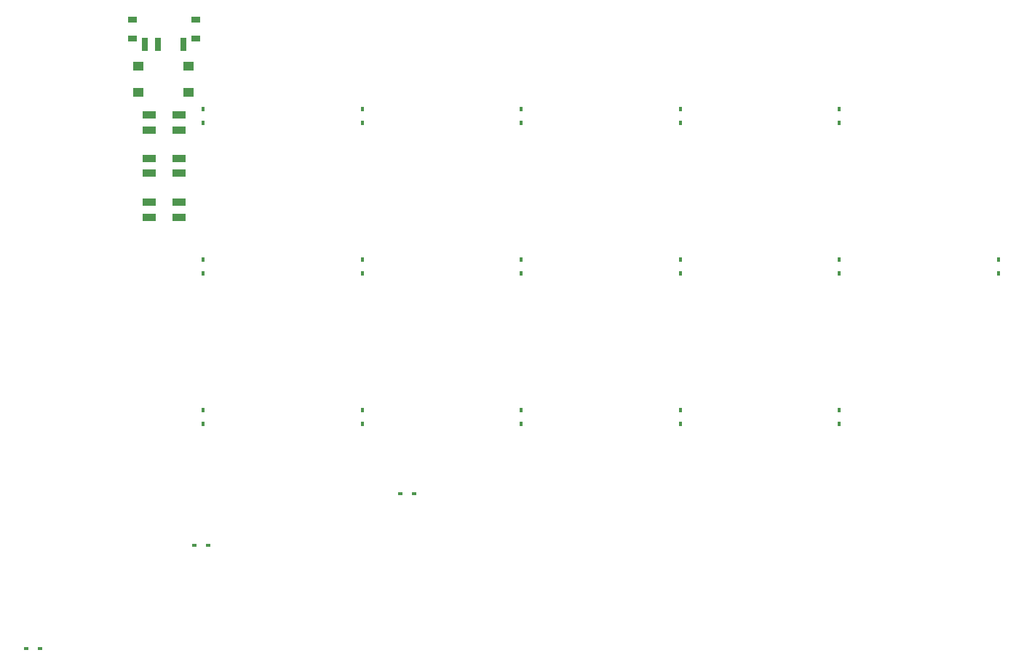
<source format=gbr>
%TF.GenerationSoftware,KiCad,Pcbnew,(6.0.7-1)-1*%
%TF.CreationDate,2022-09-19T22:00:20-07:00*%
%TF.ProjectId,karn-right,6b61726e-2d72-4696-9768-742e6b696361,rev?*%
%TF.SameCoordinates,Original*%
%TF.FileFunction,Paste,Top*%
%TF.FilePolarity,Positive*%
%FSLAX46Y46*%
G04 Gerber Fmt 4.6, Leading zero omitted, Abs format (unit mm)*
G04 Created by KiCad (PCBNEW (6.0.7-1)-1) date 2022-09-19 22:00:20*
%MOMM*%
%LPD*%
G01*
G04 APERTURE LIST*
%ADD10R,1.256900X1.041400*%
%ADD11R,0.355600X0.504800*%
%ADD12R,0.504800X0.355600*%
%ADD13R,1.600000X0.850000*%
%ADD14R,0.700000X1.500000*%
%ADD15R,1.000000X0.800000*%
G04 APERTURE END LIST*
D10*
%TO.C,RSW1*%
X81027149Y-38200000D03*
X81027149Y-41200000D03*
X75172851Y-41200000D03*
X75172851Y-38200000D03*
%TD*%
D11*
%TO.C,D24*%
X138250000Y-62298500D03*
X138250000Y-60701500D03*
%TD*%
%TO.C,D22*%
X101250000Y-62298500D03*
X101250000Y-60701500D03*
%TD*%
D12*
%TO.C,D41*%
X62201500Y-106000000D03*
X63798500Y-106000000D03*
%TD*%
D11*
%TO.C,D11*%
X82750000Y-44798500D03*
X82750000Y-43201500D03*
%TD*%
%TO.C,D31*%
X82750000Y-79798500D03*
X82750000Y-78201500D03*
%TD*%
%TO.C,D13*%
X119750000Y-44798500D03*
X119750000Y-43201500D03*
%TD*%
%TO.C,D33*%
X119750000Y-79798500D03*
X119750000Y-78201500D03*
%TD*%
%TO.C,D14*%
X138250000Y-44798500D03*
X138250000Y-43201500D03*
%TD*%
%TO.C,D21*%
X82750000Y-62298500D03*
X82750000Y-60701500D03*
%TD*%
%TO.C,D32*%
X101250000Y-79798500D03*
X101250000Y-78201500D03*
%TD*%
%TO.C,D23*%
X119750000Y-62298500D03*
X119750000Y-60701500D03*
%TD*%
%TO.C,D12*%
X101250000Y-44798500D03*
X101250000Y-43201500D03*
%TD*%
%TO.C,D26*%
X175250000Y-62298500D03*
X175250000Y-60701500D03*
%TD*%
%TO.C,D34*%
X138250000Y-79798500D03*
X138250000Y-78201500D03*
%TD*%
%TO.C,D35*%
X156750000Y-79798500D03*
X156750000Y-78201500D03*
%TD*%
%TO.C,D15*%
X156750000Y-44798500D03*
X156750000Y-43201500D03*
%TD*%
D12*
%TO.C,D42*%
X81701500Y-94000000D03*
X83298500Y-94000000D03*
%TD*%
D11*
%TO.C,D25*%
X156750000Y-62298500D03*
X156750000Y-60701500D03*
%TD*%
D12*
%TO.C,D43*%
X105701500Y-88000000D03*
X107298500Y-88000000D03*
%TD*%
D13*
%TO.C,L3*%
X76450000Y-45587847D03*
X76450000Y-43837847D03*
X79950000Y-43837847D03*
X79950000Y-45587847D03*
%TD*%
D14*
%TO.C,SW_POWER1*%
X75950000Y-35594914D03*
X77450000Y-35594914D03*
X80450000Y-35594914D03*
D15*
X74550000Y-32734914D03*
X81850000Y-34944914D03*
X74550000Y-34944914D03*
X81850000Y-32734914D03*
%TD*%
D13*
%TO.C,L2*%
X76450000Y-50653294D03*
X76450000Y-48903294D03*
X79950000Y-48903294D03*
X79950000Y-50653294D03*
%TD*%
%TO.C,L1*%
X76450000Y-55762036D03*
X76450000Y-54012036D03*
X79950000Y-54012036D03*
X79950000Y-55762036D03*
%TD*%
M02*

</source>
